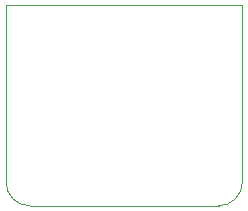
<source format=gbr>
%TF.GenerationSoftware,Altium Limited,Altium Designer,23.9.2 (47)*%
G04 Layer_Color=0*
%FSLAX45Y45*%
%MOMM*%
%TF.SameCoordinates,14EE52A8-4136-4093-BC95-9A2147CF655B*%
%TF.FilePolarity,Positive*%
%TF.FileFunction,Profile,NP*%
%TF.Part,Single*%
G01*
G75*
%TA.AperFunction,Profile*%
%ADD59C,0.02540*%
D59*
X200000D02*
G02*
X0Y200000I0J200000D01*
G01*
Y1700000D01*
X2000000D01*
Y200000D01*
D02*
G02*
X1800000Y0I-200000J0D01*
G01*
X200000D01*
%TF.MD5,dc219e73d6cc49d2bd1b7a937edc0550*%
M02*

</source>
